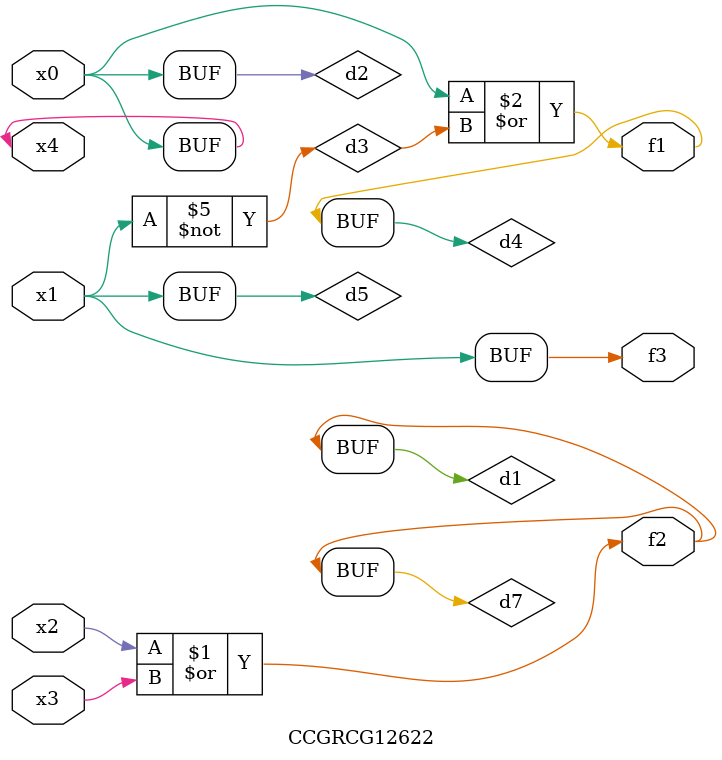
<source format=v>
module CCGRCG12622(
	input x0, x1, x2, x3, x4,
	output f1, f2, f3
);

	wire d1, d2, d3, d4, d5, d6, d7;

	or (d1, x2, x3);
	buf (d2, x0, x4);
	not (d3, x1);
	or (d4, d2, d3);
	not (d5, d3);
	nand (d6, d1, d3);
	or (d7, d1);
	assign f1 = d4;
	assign f2 = d7;
	assign f3 = d5;
endmodule

</source>
